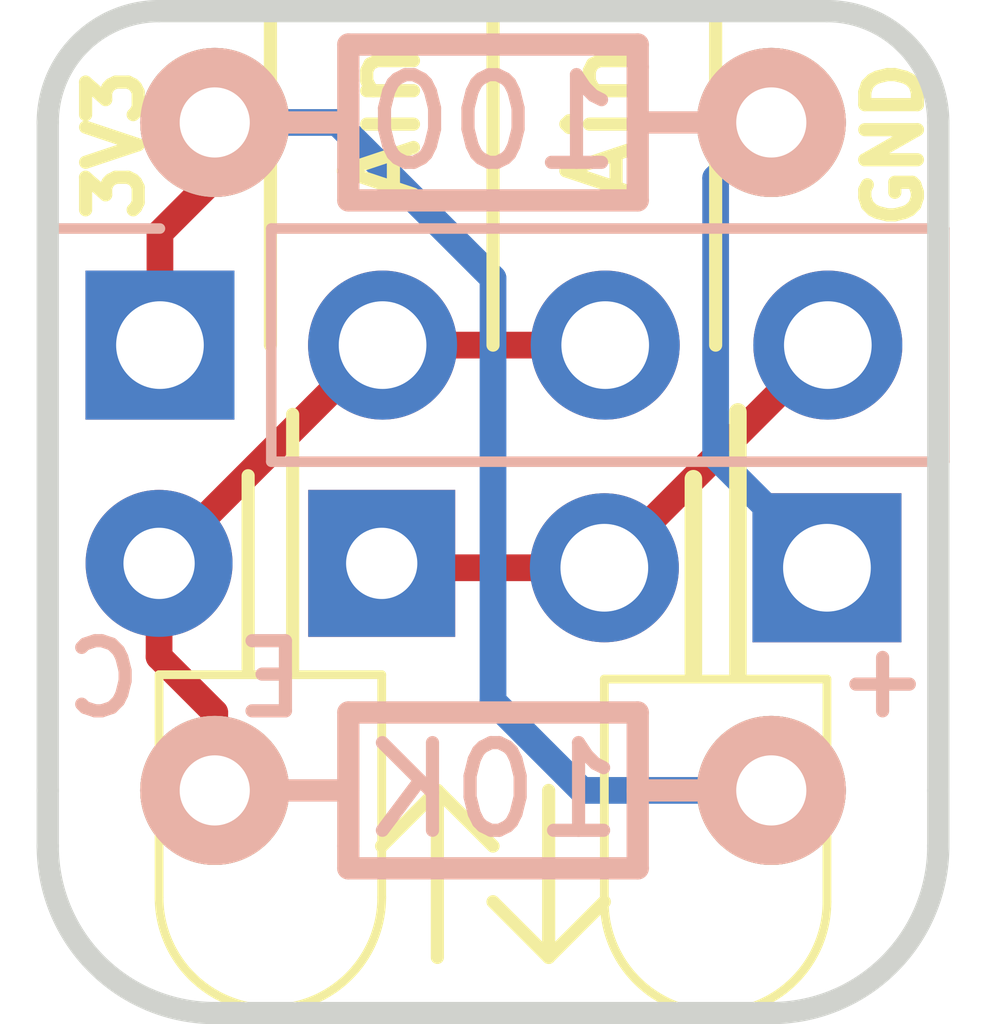
<source format=kicad_pcb>
(kicad_pcb (version 20211014) (generator pcbnew)
  (title_block (title "Rpi Pico Robot Board") (date "2023-06-18") (rev "0.0") (company "www.MakersBox.us") (comment 1 "K. Olsen"))
  (layers (0 "F.Cu" signal) (31 "B.Cu" signal) (34 "B.Paste" user) (35 "F.Paste" user) (36 "B.SilkS" user "B.Silkscreen") (37 "F.SilkS" user "F.Silkscreen") (38 "B.Mask" user) (39 "F.Mask" user) (44 "Edge.Cuts" user))
  (net 0 "")
  (net 1 "GND")
  (net 2 "Net-(D2-Pad2)")
  (net 3 "+3V3")
  (net 4 "/Ain")
  (footprint "footprints:LED-3MM_RA" (layer "F.Cu") (at 147.32 97.79)
    (fp_text reference "D2" hide)
    (fp_text value "IR_LED")
    (fp_text user "+" (at 3.175 1.27) (layer "B.SilkS") (effects (font (size 0.8 0.8)) (justify mirror)))
    (fp_line (start 1.016 1.2) (end 1.016 -1.016) (layer "F.SilkS") (width 0.2))
    (fp_line (start 0 1.27) (end 2.54 1.27) (layer "F.SilkS") (width 0.1))
    (fp_line (start 1.524 1.2) (end 1.524 -1.778) (layer "F.SilkS") (width 0.2))
    (fp_line (start 0 3.81) (end 0 1.27) (layer "F.SilkS") (width 0.1))
    (fp_line (start 2.54 1.27) (end 2.54 3.81) (layer "F.SilkS") (width 0.1))
    (fp_arc (start 1.27 5.08) (mid 0.371974 4.708026) (end 0 3.81) (layer "F.SilkS") (width 0.1))
    (fp_arc (start 2.54 3.81) (mid 2.168026 4.708026) (end 1.27 5.08) (layer "F.SilkS") (width 0.1))
    (pad "1" thru_hole circle (at 0 0 90) (size 1.7 1.7) (drill 1.00076) (layers *.Cu *.Mask) (net 1 "GND"))
    (pad "2" thru_hole rect (at 2.54 0) (size 1.7 1.7) (drill 1.00076) (layers *.Cu *.Mask) (net 2 "Net-(D2-Pad2)"))
  )
  (footprint "footprints:PHOTOTRANS-RA" (layer "F.Cu") (at 143.51 97.74)
    (fp_text reference "Q1" hide)
    (fp_text value "OPTO_NPN" hide)
    (fp_line (start 1.27 1.27) (end -1.27 1.27) (layer "F.SilkS") (width 0.1))
    (fp_line (start 0.254 1.2) (end 0.254 -1.7) (layer "F.SilkS") (width 0.15))
    (fp_line (start -0.254 1.2) (end -0.254 -1) (layer "F.SilkS") (width 0.15))
    (fp_line (start 1.27 3.81) (end 1.27 1.27) (layer "F.SilkS") (width 0.1))
    (fp_line (start -1.27 1.27) (end -1.27 3.81) (layer "F.SilkS") (width 0.1))
    (fp_arc (start 1.27 3.81) (mid 0.898026 4.708026) (end 0 5.08) (layer "F.SilkS") (width 0.1))
    (fp_arc (start 0 5.08) (mid -0.898026 4.708026) (end -1.27 3.81) (layer "F.SilkS") (width 0.1))
    (pad "1" thru_hole rect (at 1.27 0) (size 1.6764 1.6764) (drill 0.8128) (layers *.Cu *.Mask) (net 1 "GND"))
    (pad "3" thru_hole circle (at -1.27 0) (size 1.6764 1.6764) (drill 0.8128) (layers *.Cu *.Mask) (net 4 "/Ain"))
  )
  (footprint "footprints:Resistor_Horz" (layer "B.Cu") (at 146.05 100.33 180)
    (fp_text reference "R1")
    (fp_text value "10K" (at 0 0) (layer "B.SilkS") (effects (justify mirror)))
    (fp_line (start -1.651 0) (end -2.413 0) (layer "B.SilkS") (width 0.254))
    (fp_line (start 1.651 -0.889) (end -1.651 -0.889) (layer "B.SilkS") (width 0.254))
    (fp_line (start -1.651 0.889) (end 1.651 0.889) (layer "B.SilkS") (width 0.254))
    (fp_line (start 1.651 -0.889) (end 1.651 -0.635) (layer "B.SilkS") (width 0.254))
    (fp_line (start 1.651 0) (end 2.413 0) (layer "B.SilkS") (width 0.254))
    (fp_line (start 1.651 0.889) (end 1.651 -0.635) (layer "B.SilkS") (width 0.254))
    (fp_line (start -1.651 -0.889) (end -1.651 0.889) (layer "B.SilkS") (width 0.254))
    (pad "1" thru_hole circle (at -3.175 0 180) (size 1.7 1.7) (drill 0.8) (layers *.Cu *.SilkS *.Mask) (net 3 "+3V3"))
    (pad "2" thru_hole circle (at 3.175 0 180) (size 1.7 1.7) (drill 0.8) (layers *.Cu *.SilkS *.Mask) (net 4 "/Ain"))
  )
  (footprint "Connector_PinHeader_2.54mm:PinHeader_1x04_P2.54mm_Vertical" (layer "B.Cu") (at 142.25 95.25 -90)
    (fp_text reference "J1" hide)
    (fp_text value "Conn_01x04")
    (fp_line (start -1.33 -1.27) (end 1.33 -1.27) (layer "B.SilkS") (width 0.12))
    (fp_line (start -1.33 0) (end -1.33 1.33) (layer "B.SilkS") (width 0.12))
    (fp_line (start -1.33 -8.95) (end 1.33 -8.95) (layer "B.SilkS") (width 0.12))
    (fp_line (start 1.33 -1.27) (end 1.33 -8.95) (layer "B.SilkS") (width 0.12))
    (fp_line (start -1.33 1.33) (end 0 1.33) (layer "B.SilkS") (width 0.12))
    (fp_line (start -1.33 -1.27) (end -1.33 -8.95) (layer "B.SilkS") (width 0.12))
    (pad "1" thru_hole rect (at 0 0 270) (size 1.7 1.7) (drill 1) (layers *.Cu *.Mask) (net 3 "+3V3"))
    (pad "2" thru_hole oval (at 0 -2.54 270) (size 1.7 1.7) (drill 1) (layers *.Cu *.Mask) (net 4 "/Ain"))
    (pad "3" thru_hole oval (at 0 -5.08 270) (size 1.7 1.7) (drill 1) (layers *.Cu *.Mask) (net 4 "/Ain"))
    (pad "4" thru_hole oval (at 0 -7.62 270) (size 1.7 1.7) (drill 1) (layers *.Cu *.Mask) (net 1 "GND"))
  )
  (footprint "footprints:Resistor_Horz" (layer "B.Cu") (at 146.05 92.71)
    (fp_text reference "R2")
    (fp_text value "100" (at 0 0) (layer "B.SilkS") (effects (justify mirror)))
    (fp_line (start 1.651 -0.889) (end 1.651 -0.635) (layer "B.SilkS") (width 0.254))
    (fp_line (start 1.651 0.889) (end 1.651 -0.635) (layer "B.SilkS") (width 0.254))
    (fp_line (start -1.651 -0.889) (end -1.651 0.889) (layer "B.SilkS") (width 0.254))
    (fp_line (start 1.651 0) (end 2.413 0) (layer "B.SilkS") (width 0.254))
    (fp_line (start -1.651 0.889) (end 1.651 0.889) (layer "B.SilkS") (width 0.254))
    (fp_line (start -1.651 0) (end -2.413 0) (layer "B.SilkS") (width 0.254))
    (fp_line (start 1.651 -0.889) (end -1.651 -0.889) (layer "B.SilkS") (width 0.254))
    (pad "1" thru_hole circle (at -3.175 0) (size 1.7 1.7) (drill 0.8) (layers *.Cu *.SilkS *.Mask) (net 3 "+3V3"))
    (pad "2" thru_hole circle (at 3.175 0) (size 1.7 1.7) (drill 0.8) (layers *.Cu *.SilkS *.Mask) (net 2 "Net-(D2-Pad2)"))
  )
  (gr_line (start 146.685 100.33) (end 146.685 102.235) (layer "F.SilkS") (width 0.15))
  (gr_line (start 144.78 100.965) (end 145.415 100.33) (layer "F.SilkS") (width 0.15))
  (gr_line (start 146.05 95.25) (end 146.05 91.44) (layer "F.SilkS") (width 0.15))
  (gr_line (start 148.59 95.25) (end 148.59 91.44) (layer "F.SilkS") (width 0.15))
  (gr_line (start 146.685 102.235) (end 147.32 101.6) (layer "F.SilkS") (width 0.15))
  (gr_line (start 146.685 102.235) (end 146.05 101.6) (layer "F.SilkS") (width 0.15))
  (gr_line (start 145.415 102.235) (end 145.415 100.33) (layer "F.SilkS") (width 0.15))
  (gr_line (start 145.415 100.33) (end 146.05 100.965) (layer "F.SilkS") (width 0.15))
  (gr_line (start 145.415 100.33) (end 144.78 100.965) (layer "F.SilkS") (width 0.15))
  (gr_line (start 143.51 95.25) (end 143.51 91.44) (layer "F.SilkS") (width 0.15))
  (gr_arc (start 151.13 100.965) (mid 150.572038 102.312038) (end 149.225 102.87) (layer "Edge.Cuts") (width 0.254))
  (gr_line (start 151.13 92.71) (end 151.13 100.33) (layer "Edge.Cuts") (width 0.254))
  (gr_line (start 140.97 92.71) (end 140.97 100.33) (layer "Edge.Cuts") (width 0.254))
  (gr_arc (start 142.875 102.87) (mid 141.527962 102.312038) (end 140.97 100.965) (layer "Edge.Cuts") (width 0.254))
  (gr_line (start 140.97 100.33) (end 140.97 100.965) (layer "Edge.Cuts") (width 0.254))
  (gr_arc (start 149.86 91.44) (mid 150.758026 91.811974) (end 151.13 92.71) (layer "Edge.Cuts") (width 0.254))
  (gr_line (start 142.875 102.87) (end 149.225 102.87) (layer "Edge.Cuts") (width 0.254))
  (gr_line (start 142.24 91.44) (end 149.86 91.44) (layer "Edge.Cuts") (width 0.254))
  (gr_line (start 151.13 100.33) (end 151.13 100.965) (layer "Edge.Cuts") (width 0.254))
  (gr_arc (start 140.97 92.71) (mid 141.341974 91.811974) (end 142.24 91.44) (layer "Edge.Cuts") (width 0.254))
  (gr_text "E" (at 143.51 99.06) (layer "B.SilkS") (effects (font (size 0.8 0.8)) (justify mirror)))
  (gr_text "C" (at 141.605 99.06) (layer "B.SilkS") (effects (font (size 0.8 0.8)) (justify mirror)))
  (gr_text "Ain" (at 144.78 92.71 90) (layer "F.SilkS") (effects (font (size 0.8 0.8))))
  (gr_text "Ain" (at 147.32 92.71 90) (layer "F.SilkS") (effects (font (size 0.8 0.8))))
  (gr_text "3V3" (at 141.732 92.964 90) (layer "F.SilkS") (effects (font (size 0.6 0.6))))
  (gr_text "GND" (at 150.622 92.964 90) (layer "F.SilkS") (effects (font (size 0.6 0.6))))
  (segment (start 147.32 97.79) (end 149.86 95.25) (width 0.3048) (layer "F.Cu") (net 1))
  (segment (start 147.32 97.79) (end 144.83 97.79) (width 0.3048) (layer "F.Cu") (net 1))
  (segment (start 149.86 95.25) (end 149.87 95.25) (width 0.3048) (layer "F.Cu") (net 1))
  (segment (start 144.83 97.79) (end 144.78 97.74) (width 0.3048) (layer "F.Cu") (net 1))
  (segment (start 148.59 96.52) (end 148.59 93.345) (width 0.3048) (layer "B.Cu") (net 2))
  (segment (start 148.59 93.345) (end 149.225 92.71) (width 0.3048) (layer "B.Cu") (net 2))
  (segment (start 149.86 97.79) (end 148.59 96.52) (width 0.3048) (layer "B.Cu") (net 2))
  (segment (start 142.25 95.25) (end 142.25 93.97) (width 0.3048) (layer "F.Cu") (net 3))
  (segment (start 142.25 93.97) (end 142.875 93.345) (width 0.3048) (layer "F.Cu") (net 3))
  (segment (start 142.875 93.345) (end 142.875 92.71) (width 0.3048) (layer "F.Cu") (net 3))
  (segment (start 146.05 99.314) (end 146.05 94.488) (width 0.3048) (layer "B.Cu") (net 3))
  (segment (start 146.05 94.488) (end 144.272 92.71) (width 0.3048) (layer "B.Cu") (net 3))
  (segment (start 144.272 92.71) (end 142.875 92.71) (width 0.3048) (layer "B.Cu") (net 3))
  (segment (start 147.066 100.33) (end 146.05 99.314) (width 0.3048) (layer "B.Cu") (net 3))
  (segment (start 149.225 100.33) (end 147.066 100.33) (width 0.3048) (layer "B.Cu") (net 3))
  (segment (start 144.79 95.25) (end 147.33 95.25) (width 0.3048) (layer "F.Cu") (net 4))
  (segment (start 142.24 98.806) (end 142.24 97.74) (width 0.3048) (layer "F.Cu") (net 4))
  (segment (start 142.875 99.441) (end 142.24 98.806) (width 0.3048) (layer "F.Cu") (net 4))
  (segment (start 142.24 97.74) (end 144.73 95.25) (width 0.3048) (layer "F.Cu") (net 4))
  (segment (start 142.875 100.33) (end 142.875 99.441) (width 0.3048) (layer "F.Cu") (net 4))
  (segment (start 144.73 95.25) (end 144.79 95.25) (width 0.3048) (layer "F.Cu") (net 4))
  (segment (start 147.32 95.26) (end 147.33 95.25) (width 0.3048) (layer "F.Cu") (net 4))
)
</source>
